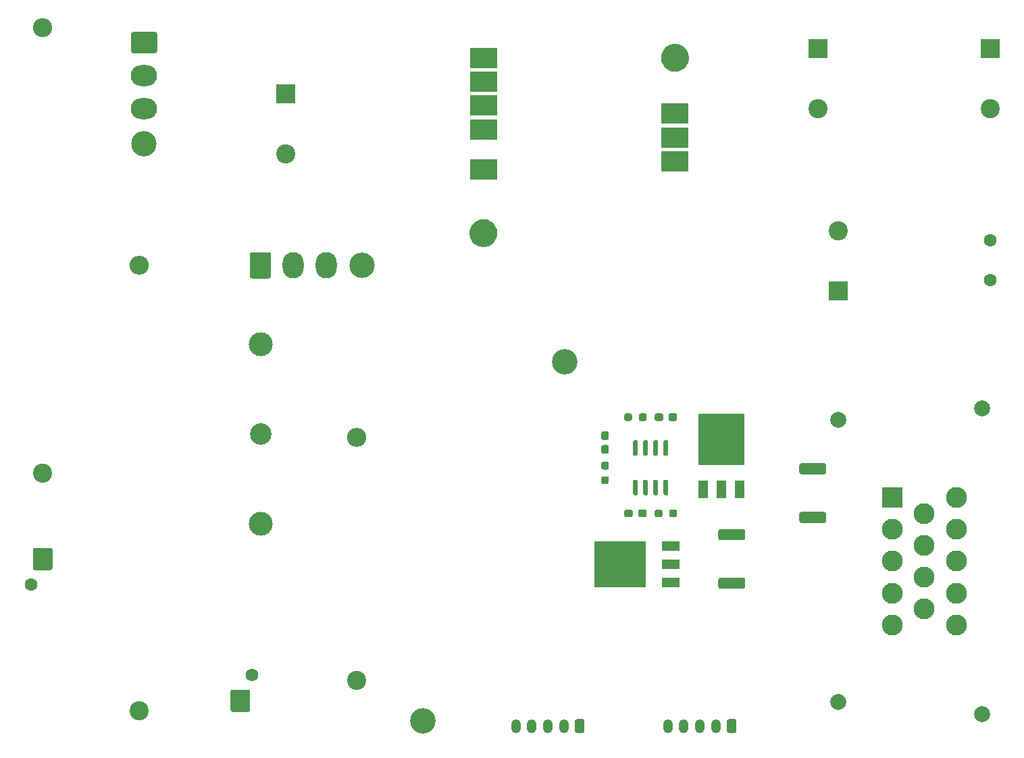
<source format=gbr>
%TF.GenerationSoftware,KiCad,Pcbnew,5.1.7-a382d34a8~88~ubuntu18.04.1*%
%TF.CreationDate,2021-03-18T09:15:53-04:00*%
%TF.ProjectId,HV_DCDC,48565f44-4344-4432-9e6b-696361645f70,rev?*%
%TF.SameCoordinates,Original*%
%TF.FileFunction,Soldermask,Top*%
%TF.FilePolarity,Negative*%
%FSLAX46Y46*%
G04 Gerber Fmt 4.6, Leading zero omitted, Abs format (unit mm)*
G04 Created by KiCad (PCBNEW 5.1.7-a382d34a8~88~ubuntu18.04.1) date 2021-03-18 09:15:53*
%MOMM*%
%LPD*%
G01*
G04 APERTURE LIST*
%ADD10R,3.500000X2.500000*%
%ADD11C,0.100000*%
%ADD12C,2.000000*%
%ADD13C,2.625000*%
%ADD14R,2.625000X2.625000*%
%ADD15O,2.400000X2.400000*%
%ADD16C,2.400000*%
%ADD17R,5.800000X6.400000*%
%ADD18R,1.200000X2.200000*%
%ADD19R,6.400000X5.800000*%
%ADD20R,2.200000X1.200000*%
%ADD21O,1.200000X1.750000*%
%ADD22C,1.600000*%
%ADD23C,3.180000*%
%ADD24O,3.300000X2.640000*%
%ADD25O,2.640000X3.300000*%
%ADD26C,3.200000*%
%ADD27C,3.000000*%
%ADD28C,2.700000*%
%ADD29R,2.400000X2.400000*%
G04 APERTURE END LIST*
%TO.C,R9*%
G36*
G01*
X171929999Y-89980000D02*
X174780001Y-89980000D01*
G75*
G02*
X175030000Y-90229999I0J-249999D01*
G01*
X175030000Y-91130001D01*
G75*
G02*
X174780001Y-91380000I-249999J0D01*
G01*
X171929999Y-91380000D01*
G75*
G02*
X171680000Y-91130001I0J249999D01*
G01*
X171680000Y-90229999D01*
G75*
G02*
X171929999Y-89980000I249999J0D01*
G01*
G37*
G36*
G01*
X171929999Y-83880000D02*
X174780001Y-83880000D01*
G75*
G02*
X175030000Y-84129999I0J-249999D01*
G01*
X175030000Y-85030001D01*
G75*
G02*
X174780001Y-85280000I-249999J0D01*
G01*
X171929999Y-85280000D01*
G75*
G02*
X171680000Y-85030001I0J249999D01*
G01*
X171680000Y-84129999D01*
G75*
G02*
X171929999Y-83880000I249999J0D01*
G01*
G37*
%TD*%
D10*
%TO.C,U1*%
X132080000Y-33020000D03*
D11*
G36*
X132336778Y-53288941D02*
G01*
X132505215Y-53322445D01*
X132669557Y-53372298D01*
X132828221Y-53438019D01*
X132979680Y-53518975D01*
X133122474Y-53614387D01*
X133255228Y-53723336D01*
X133376664Y-53844772D01*
X133485613Y-53977526D01*
X133581025Y-54120320D01*
X133661981Y-54271779D01*
X133727702Y-54430443D01*
X133777555Y-54594785D01*
X133811059Y-54763222D01*
X133827892Y-54934132D01*
X133827892Y-55105868D01*
X133811059Y-55276778D01*
X133777555Y-55445215D01*
X133727702Y-55609557D01*
X133661981Y-55768221D01*
X133581025Y-55919680D01*
X133485613Y-56062474D01*
X133376664Y-56195228D01*
X133255228Y-56316664D01*
X133122474Y-56425613D01*
X132979680Y-56521025D01*
X132828221Y-56601981D01*
X132669557Y-56667702D01*
X132505215Y-56717555D01*
X132336778Y-56751059D01*
X132165868Y-56767892D01*
X131994132Y-56767892D01*
X131823222Y-56751059D01*
X131654785Y-56717555D01*
X131490443Y-56667702D01*
X131331779Y-56601981D01*
X131180320Y-56521025D01*
X131037526Y-56425613D01*
X130904772Y-56316664D01*
X130783336Y-56195228D01*
X130674387Y-56062474D01*
X130578975Y-55919680D01*
X130498019Y-55768221D01*
X130432298Y-55609557D01*
X130382445Y-55445215D01*
X130348941Y-55276778D01*
X130332108Y-55105868D01*
X130332108Y-54934132D01*
X130348941Y-54763222D01*
X130382445Y-54594785D01*
X130432298Y-54430443D01*
X130498019Y-54271779D01*
X130578975Y-54120320D01*
X130674387Y-53977526D01*
X130783336Y-53844772D01*
X130904772Y-53723336D01*
X131037526Y-53614387D01*
X131180320Y-53518975D01*
X131331779Y-53438019D01*
X131490443Y-53372298D01*
X131654785Y-53322445D01*
X131823222Y-53288941D01*
X131994132Y-53272108D01*
X132165868Y-53272108D01*
X132336778Y-53288941D01*
G37*
D10*
X132080000Y-36020000D03*
X132080000Y-39020000D03*
X132080000Y-42020000D03*
X132080000Y-47020000D03*
D11*
G36*
X156336778Y-31288941D02*
G01*
X156505215Y-31322445D01*
X156669557Y-31372298D01*
X156828221Y-31438019D01*
X156979680Y-31518975D01*
X157122474Y-31614387D01*
X157255228Y-31723336D01*
X157376664Y-31844772D01*
X157485613Y-31977526D01*
X157581025Y-32120320D01*
X157661981Y-32271779D01*
X157727702Y-32430443D01*
X157777555Y-32594785D01*
X157811059Y-32763222D01*
X157827892Y-32934132D01*
X157827892Y-33105868D01*
X157811059Y-33276778D01*
X157777555Y-33445215D01*
X157727702Y-33609557D01*
X157661981Y-33768221D01*
X157581025Y-33919680D01*
X157485613Y-34062474D01*
X157376664Y-34195228D01*
X157255228Y-34316664D01*
X157122474Y-34425613D01*
X156979680Y-34521025D01*
X156828221Y-34601981D01*
X156669557Y-34667702D01*
X156505215Y-34717555D01*
X156336778Y-34751059D01*
X156165868Y-34767892D01*
X155994132Y-34767892D01*
X155823222Y-34751059D01*
X155654785Y-34717555D01*
X155490443Y-34667702D01*
X155331779Y-34601981D01*
X155180320Y-34521025D01*
X155037526Y-34425613D01*
X154904772Y-34316664D01*
X154783336Y-34195228D01*
X154674387Y-34062474D01*
X154578975Y-33919680D01*
X154498019Y-33768221D01*
X154432298Y-33609557D01*
X154382445Y-33445215D01*
X154348941Y-33276778D01*
X154332108Y-33105868D01*
X154332108Y-32934132D01*
X154348941Y-32763222D01*
X154382445Y-32594785D01*
X154432298Y-32430443D01*
X154498019Y-32271779D01*
X154578975Y-32120320D01*
X154674387Y-31977526D01*
X154783336Y-31844772D01*
X154904772Y-31723336D01*
X155037526Y-31614387D01*
X155180320Y-31518975D01*
X155331779Y-31438019D01*
X155490443Y-31372298D01*
X155654785Y-31322445D01*
X155823222Y-31288941D01*
X155994132Y-31272108D01*
X156165868Y-31272108D01*
X156336778Y-31288941D01*
G37*
D10*
X156080000Y-40020000D03*
X156080000Y-43020000D03*
X156080000Y-46020000D03*
%TD*%
D12*
%TO.C,J5*%
X194625000Y-115370000D03*
X194625000Y-76970000D03*
X176525000Y-113870000D03*
X176525000Y-78470000D03*
D13*
X191325000Y-104170000D03*
X191325000Y-100170000D03*
X191325000Y-96170000D03*
X191325000Y-92170000D03*
X191325000Y-88170000D03*
X187325000Y-102170000D03*
X187325000Y-98170000D03*
X187325000Y-94170000D03*
X187325000Y-90170000D03*
X183325000Y-104170000D03*
X183325000Y-100170000D03*
X183325000Y-96170000D03*
X183325000Y-92170000D03*
D14*
X183325000Y-88170000D03*
%TD*%
%TO.C,U2*%
G36*
G01*
X151280000Y-82955000D02*
X150980000Y-82955000D01*
G75*
G02*
X150830000Y-82805000I0J150000D01*
G01*
X150830000Y-81155000D01*
G75*
G02*
X150980000Y-81005000I150000J0D01*
G01*
X151280000Y-81005000D01*
G75*
G02*
X151430000Y-81155000I0J-150000D01*
G01*
X151430000Y-82805000D01*
G75*
G02*
X151280000Y-82955000I-150000J0D01*
G01*
G37*
G36*
G01*
X152550000Y-82955000D02*
X152250000Y-82955000D01*
G75*
G02*
X152100000Y-82805000I0J150000D01*
G01*
X152100000Y-81155000D01*
G75*
G02*
X152250000Y-81005000I150000J0D01*
G01*
X152550000Y-81005000D01*
G75*
G02*
X152700000Y-81155000I0J-150000D01*
G01*
X152700000Y-82805000D01*
G75*
G02*
X152550000Y-82955000I-150000J0D01*
G01*
G37*
G36*
G01*
X153820000Y-82955000D02*
X153520000Y-82955000D01*
G75*
G02*
X153370000Y-82805000I0J150000D01*
G01*
X153370000Y-81155000D01*
G75*
G02*
X153520000Y-81005000I150000J0D01*
G01*
X153820000Y-81005000D01*
G75*
G02*
X153970000Y-81155000I0J-150000D01*
G01*
X153970000Y-82805000D01*
G75*
G02*
X153820000Y-82955000I-150000J0D01*
G01*
G37*
G36*
G01*
X155090000Y-82955000D02*
X154790000Y-82955000D01*
G75*
G02*
X154640000Y-82805000I0J150000D01*
G01*
X154640000Y-81155000D01*
G75*
G02*
X154790000Y-81005000I150000J0D01*
G01*
X155090000Y-81005000D01*
G75*
G02*
X155240000Y-81155000I0J-150000D01*
G01*
X155240000Y-82805000D01*
G75*
G02*
X155090000Y-82955000I-150000J0D01*
G01*
G37*
G36*
G01*
X155090000Y-87905000D02*
X154790000Y-87905000D01*
G75*
G02*
X154640000Y-87755000I0J150000D01*
G01*
X154640000Y-86105000D01*
G75*
G02*
X154790000Y-85955000I150000J0D01*
G01*
X155090000Y-85955000D01*
G75*
G02*
X155240000Y-86105000I0J-150000D01*
G01*
X155240000Y-87755000D01*
G75*
G02*
X155090000Y-87905000I-150000J0D01*
G01*
G37*
G36*
G01*
X153820000Y-87905000D02*
X153520000Y-87905000D01*
G75*
G02*
X153370000Y-87755000I0J150000D01*
G01*
X153370000Y-86105000D01*
G75*
G02*
X153520000Y-85955000I150000J0D01*
G01*
X153820000Y-85955000D01*
G75*
G02*
X153970000Y-86105000I0J-150000D01*
G01*
X153970000Y-87755000D01*
G75*
G02*
X153820000Y-87905000I-150000J0D01*
G01*
G37*
G36*
G01*
X152550000Y-87905000D02*
X152250000Y-87905000D01*
G75*
G02*
X152100000Y-87755000I0J150000D01*
G01*
X152100000Y-86105000D01*
G75*
G02*
X152250000Y-85955000I150000J0D01*
G01*
X152550000Y-85955000D01*
G75*
G02*
X152700000Y-86105000I0J-150000D01*
G01*
X152700000Y-87755000D01*
G75*
G02*
X152550000Y-87905000I-150000J0D01*
G01*
G37*
G36*
G01*
X151280000Y-87905000D02*
X150980000Y-87905000D01*
G75*
G02*
X150830000Y-87755000I0J150000D01*
G01*
X150830000Y-86105000D01*
G75*
G02*
X150980000Y-85955000I150000J0D01*
G01*
X151280000Y-85955000D01*
G75*
G02*
X151430000Y-86105000I0J-150000D01*
G01*
X151430000Y-87755000D01*
G75*
G02*
X151280000Y-87905000I-150000J0D01*
G01*
G37*
%TD*%
D15*
%TO.C,R8*%
X76835000Y-29210000D03*
D16*
X76835000Y-85090000D03*
%TD*%
D15*
%TO.C,R7*%
X88900000Y-59055000D03*
D16*
X88900000Y-114935000D03*
%TD*%
%TO.C,R6*%
G36*
G01*
X164620001Y-93535000D02*
X161769999Y-93535000D01*
G75*
G02*
X161520000Y-93285001I0J249999D01*
G01*
X161520000Y-92384999D01*
G75*
G02*
X161769999Y-92135000I249999J0D01*
G01*
X164620001Y-92135000D01*
G75*
G02*
X164870000Y-92384999I0J-249999D01*
G01*
X164870000Y-93285001D01*
G75*
G02*
X164620001Y-93535000I-249999J0D01*
G01*
G37*
G36*
G01*
X164620001Y-99635000D02*
X161769999Y-99635000D01*
G75*
G02*
X161520000Y-99385001I0J249999D01*
G01*
X161520000Y-98484999D01*
G75*
G02*
X161769999Y-98235000I249999J0D01*
G01*
X164620001Y-98235000D01*
G75*
G02*
X164870000Y-98484999I0J-249999D01*
G01*
X164870000Y-99385001D01*
G75*
G02*
X164620001Y-99635000I-249999J0D01*
G01*
G37*
%TD*%
%TO.C,R5*%
G36*
G01*
X154515000Y-89932500D02*
X154515000Y-90407500D01*
G75*
G02*
X154277500Y-90645000I-237500J0D01*
G01*
X153777500Y-90645000D01*
G75*
G02*
X153540000Y-90407500I0J237500D01*
G01*
X153540000Y-89932500D01*
G75*
G02*
X153777500Y-89695000I237500J0D01*
G01*
X154277500Y-89695000D01*
G75*
G02*
X154515000Y-89932500I0J-237500D01*
G01*
G37*
G36*
G01*
X156340000Y-89932500D02*
X156340000Y-90407500D01*
G75*
G02*
X156102500Y-90645000I-237500J0D01*
G01*
X155602500Y-90645000D01*
G75*
G02*
X155365000Y-90407500I0J237500D01*
G01*
X155365000Y-89932500D01*
G75*
G02*
X155602500Y-89695000I237500J0D01*
G01*
X156102500Y-89695000D01*
G75*
G02*
X156340000Y-89932500I0J-237500D01*
G01*
G37*
%TD*%
%TO.C,R4*%
G36*
G01*
X147082500Y-85515000D02*
X147557500Y-85515000D01*
G75*
G02*
X147795000Y-85752500I0J-237500D01*
G01*
X147795000Y-86252500D01*
G75*
G02*
X147557500Y-86490000I-237500J0D01*
G01*
X147082500Y-86490000D01*
G75*
G02*
X146845000Y-86252500I0J237500D01*
G01*
X146845000Y-85752500D01*
G75*
G02*
X147082500Y-85515000I237500J0D01*
G01*
G37*
G36*
G01*
X147082500Y-83690000D02*
X147557500Y-83690000D01*
G75*
G02*
X147795000Y-83927500I0J-237500D01*
G01*
X147795000Y-84427500D01*
G75*
G02*
X147557500Y-84665000I-237500J0D01*
G01*
X147082500Y-84665000D01*
G75*
G02*
X146845000Y-84427500I0J237500D01*
G01*
X146845000Y-83927500D01*
G75*
G02*
X147082500Y-83690000I237500J0D01*
G01*
G37*
%TD*%
%TO.C,R3*%
G36*
G01*
X151555000Y-78342500D02*
X151555000Y-77867500D01*
G75*
G02*
X151792500Y-77630000I237500J0D01*
G01*
X152292500Y-77630000D01*
G75*
G02*
X152530000Y-77867500I0J-237500D01*
G01*
X152530000Y-78342500D01*
G75*
G02*
X152292500Y-78580000I-237500J0D01*
G01*
X151792500Y-78580000D01*
G75*
G02*
X151555000Y-78342500I0J237500D01*
G01*
G37*
G36*
G01*
X149730000Y-78342500D02*
X149730000Y-77867500D01*
G75*
G02*
X149967500Y-77630000I237500J0D01*
G01*
X150467500Y-77630000D01*
G75*
G02*
X150705000Y-77867500I0J-237500D01*
G01*
X150705000Y-78342500D01*
G75*
G02*
X150467500Y-78580000I-237500J0D01*
G01*
X149967500Y-78580000D01*
G75*
G02*
X149730000Y-78342500I0J237500D01*
G01*
G37*
%TD*%
D15*
%TO.C,R1*%
X116205000Y-80645000D03*
D16*
X116205000Y-111125000D03*
%TD*%
D17*
%TO.C,Q2*%
X161925000Y-80875000D03*
D18*
X164205000Y-87175000D03*
X161925000Y-87175000D03*
X159645000Y-87175000D03*
%TD*%
D19*
%TO.C,Q1*%
X149225000Y-96520000D03*
D20*
X155525000Y-94240000D03*
X155525000Y-96520000D03*
X155525000Y-98800000D03*
%TD*%
D21*
%TO.C,J7*%
X136145000Y-116840000D03*
X138145000Y-116840000D03*
X140145000Y-116840000D03*
X142145000Y-116840000D03*
G36*
G01*
X144745000Y-116214999D02*
X144745000Y-117465001D01*
G75*
G02*
X144495001Y-117715000I-249999J0D01*
G01*
X143794999Y-117715000D01*
G75*
G02*
X143545000Y-117465001I0J249999D01*
G01*
X143545000Y-116214999D01*
G75*
G02*
X143794999Y-115965000I249999J0D01*
G01*
X144495001Y-115965000D01*
G75*
G02*
X144745000Y-116214999I0J-249999D01*
G01*
G37*
%TD*%
%TO.C,J6*%
X155195000Y-116840000D03*
X157195000Y-116840000D03*
X159195000Y-116840000D03*
X161195000Y-116840000D03*
G36*
G01*
X163795000Y-116214999D02*
X163795000Y-117465001D01*
G75*
G02*
X163545001Y-117715000I-249999J0D01*
G01*
X162844999Y-117715000D01*
G75*
G02*
X162595000Y-117465001I0J249999D01*
G01*
X162595000Y-116214999D01*
G75*
G02*
X162844999Y-115965000I249999J0D01*
G01*
X163545001Y-115965000D01*
G75*
G02*
X163795000Y-116214999I0J-249999D01*
G01*
G37*
%TD*%
D22*
%TO.C,J4*%
X75335000Y-99135000D03*
G36*
G01*
X75605000Y-97035001D02*
X75605000Y-94734999D01*
G75*
G02*
X75854999Y-94485000I249999J0D01*
G01*
X77815001Y-94485000D01*
G75*
G02*
X78065000Y-94734999I0J-249999D01*
G01*
X78065000Y-97035001D01*
G75*
G02*
X77815001Y-97285000I-249999J0D01*
G01*
X75854999Y-97285000D01*
G75*
G02*
X75605000Y-97035001I0J249999D01*
G01*
G37*
%TD*%
%TO.C,J3*%
X103100000Y-110415000D03*
G36*
G01*
X102830000Y-112514999D02*
X102830000Y-114815001D01*
G75*
G02*
X102580001Y-115065000I-249999J0D01*
G01*
X100619999Y-115065000D01*
G75*
G02*
X100370000Y-114815001I0J249999D01*
G01*
X100370000Y-112514999D01*
G75*
G02*
X100619999Y-112265000I249999J0D01*
G01*
X102580001Y-112265000D01*
G75*
G02*
X102830000Y-112514999I0J-249999D01*
G01*
G37*
%TD*%
D23*
%TO.C,J2*%
X89535000Y-43835000D03*
D24*
X89535000Y-39395000D03*
X89535000Y-35255000D03*
G36*
G01*
X87885000Y-32185000D02*
X87885000Y-30045000D01*
G75*
G02*
X88135000Y-29795000I250000J0D01*
G01*
X90935000Y-29795000D01*
G75*
G02*
X91185000Y-30045000I0J-250000D01*
G01*
X91185000Y-32185000D01*
G75*
G02*
X90935000Y-32435000I-250000J0D01*
G01*
X88135000Y-32435000D01*
G75*
G02*
X87885000Y-32185000I0J250000D01*
G01*
G37*
%TD*%
D23*
%TO.C,J1*%
X116840000Y-59055000D03*
D25*
X112400000Y-59055000D03*
X108260000Y-59055000D03*
G36*
G01*
X105190000Y-60705000D02*
X103050000Y-60705000D01*
G75*
G02*
X102800000Y-60455000I0J250000D01*
G01*
X102800000Y-57655000D01*
G75*
G02*
X103050000Y-57405000I250000J0D01*
G01*
X105190000Y-57405000D01*
G75*
G02*
X105440000Y-57655000I0J-250000D01*
G01*
X105440000Y-60455000D01*
G75*
G02*
X105190000Y-60705000I-250000J0D01*
G01*
G37*
%TD*%
D26*
%TO.C,H6*%
X142240000Y-71120000D03*
%TD*%
%TO.C,H5*%
X124460000Y-116205000D03*
%TD*%
D27*
%TO.C,F1*%
X104140000Y-91440000D03*
X104140000Y-68940000D03*
D28*
X104140000Y-80190000D03*
%TD*%
D22*
%TO.C,C8*%
X195580000Y-60880000D03*
X195580000Y-55880000D03*
%TD*%
D29*
%TO.C,C7*%
X176530000Y-62230000D03*
D16*
X176530000Y-54730000D03*
%TD*%
D29*
%TO.C,C6*%
X173990000Y-31870000D03*
D16*
X173990000Y-39370000D03*
%TD*%
D29*
%TO.C,C5*%
X195580000Y-31870000D03*
D16*
X195580000Y-39370000D03*
%TD*%
D29*
%TO.C,C4*%
X107315000Y-37585000D03*
D16*
X107315000Y-45085000D03*
%TD*%
%TO.C,C3*%
G36*
G01*
X147082500Y-81605000D02*
X147557500Y-81605000D01*
G75*
G02*
X147795000Y-81842500I0J-237500D01*
G01*
X147795000Y-82442500D01*
G75*
G02*
X147557500Y-82680000I-237500J0D01*
G01*
X147082500Y-82680000D01*
G75*
G02*
X146845000Y-82442500I0J237500D01*
G01*
X146845000Y-81842500D01*
G75*
G02*
X147082500Y-81605000I237500J0D01*
G01*
G37*
G36*
G01*
X147082500Y-79880000D02*
X147557500Y-79880000D01*
G75*
G02*
X147795000Y-80117500I0J-237500D01*
G01*
X147795000Y-80717500D01*
G75*
G02*
X147557500Y-80955000I-237500J0D01*
G01*
X147082500Y-80955000D01*
G75*
G02*
X146845000Y-80717500I0J237500D01*
G01*
X146845000Y-80117500D01*
G75*
G02*
X147082500Y-79880000I237500J0D01*
G01*
G37*
%TD*%
%TO.C,C2*%
G36*
G01*
X150805000Y-89932500D02*
X150805000Y-90407500D01*
G75*
G02*
X150567500Y-90645000I-237500J0D01*
G01*
X149967500Y-90645000D01*
G75*
G02*
X149730000Y-90407500I0J237500D01*
G01*
X149730000Y-89932500D01*
G75*
G02*
X149967500Y-89695000I237500J0D01*
G01*
X150567500Y-89695000D01*
G75*
G02*
X150805000Y-89932500I0J-237500D01*
G01*
G37*
G36*
G01*
X152530000Y-89932500D02*
X152530000Y-90407500D01*
G75*
G02*
X152292500Y-90645000I-237500J0D01*
G01*
X151692500Y-90645000D01*
G75*
G02*
X151455000Y-90407500I0J237500D01*
G01*
X151455000Y-89932500D01*
G75*
G02*
X151692500Y-89695000I237500J0D01*
G01*
X152292500Y-89695000D01*
G75*
G02*
X152530000Y-89932500I0J-237500D01*
G01*
G37*
%TD*%
%TO.C,C1*%
G36*
G01*
X155265000Y-78342500D02*
X155265000Y-77867500D01*
G75*
G02*
X155502500Y-77630000I237500J0D01*
G01*
X156102500Y-77630000D01*
G75*
G02*
X156340000Y-77867500I0J-237500D01*
G01*
X156340000Y-78342500D01*
G75*
G02*
X156102500Y-78580000I-237500J0D01*
G01*
X155502500Y-78580000D01*
G75*
G02*
X155265000Y-78342500I0J237500D01*
G01*
G37*
G36*
G01*
X153540000Y-78342500D02*
X153540000Y-77867500D01*
G75*
G02*
X153777500Y-77630000I237500J0D01*
G01*
X154377500Y-77630000D01*
G75*
G02*
X154615000Y-77867500I0J-237500D01*
G01*
X154615000Y-78342500D01*
G75*
G02*
X154377500Y-78580000I-237500J0D01*
G01*
X153777500Y-78580000D01*
G75*
G02*
X153540000Y-78342500I0J237500D01*
G01*
G37*
%TD*%
M02*

</source>
